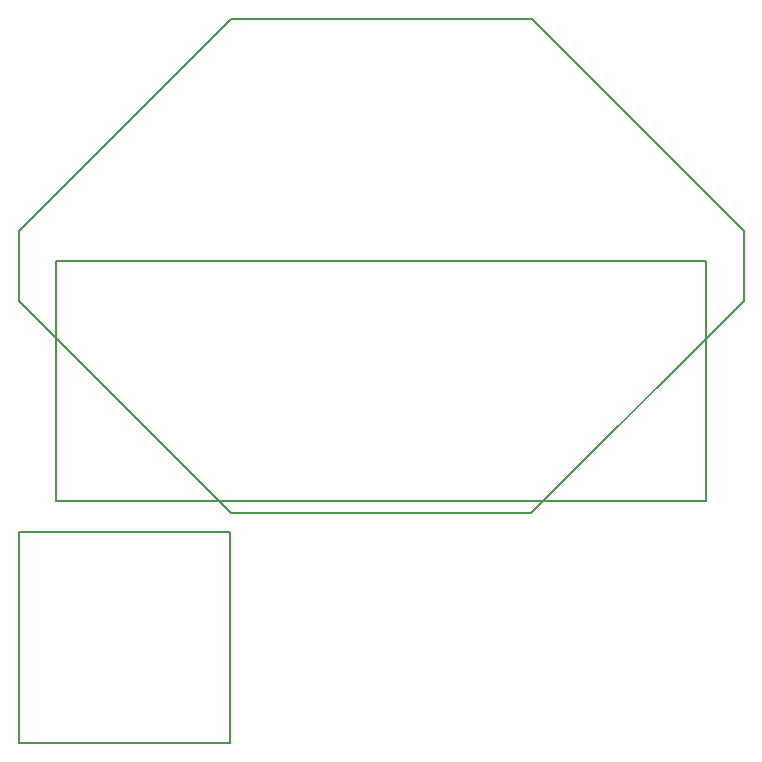
<source format=gbr>
G04 EasyPC Gerber Version 21.0.3 Build 4286 *
G04 #@! TF.Part,Single*
G04 #@! TF.FileFunction,Other,OpenBCI 8bit - Documentation *
G04 #@! TF.FilePolarity,Positive *
%FSLAX35Y35*%
%MOIN*%
%ADD96C,0.00500*%
X0Y0D02*
D02*
D96*
X950Y650D02*
X71350D01*
Y71050*
X950*
Y650*
X171750Y77250D02*
X71650D01*
X950Y147950*
Y171250*
X71750Y242050*
X171850*
X242550Y171350*
Y148050*
X171750Y77250*
X230050Y161250D02*
X13450D01*
Y81250*
X230050*
Y161250*
X0Y0D02*
M02*

</source>
